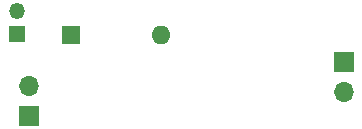
<source format=gbs>
%TF.GenerationSoftware,KiCad,Pcbnew,8.0.1*%
%TF.CreationDate,2024-04-05T16:28:00+11:00*%
%TF.ProjectId,Tiny Solar Supply,54696e79-2053-46f6-9c61-722053757070,rev?*%
%TF.SameCoordinates,Original*%
%TF.FileFunction,Soldermask,Bot*%
%TF.FilePolarity,Negative*%
%FSLAX46Y46*%
G04 Gerber Fmt 4.6, Leading zero omitted, Abs format (unit mm)*
G04 Created by KiCad (PCBNEW 8.0.1) date 2024-04-05 16:28:00*
%MOMM*%
%LPD*%
G01*
G04 APERTURE LIST*
%ADD10R,1.700000X1.700000*%
%ADD11O,1.700000X1.700000*%
%ADD12R,1.350000X1.350000*%
%ADD13O,1.350000X1.350000*%
%ADD14R,1.600000X1.600000*%
%ADD15O,1.600000X1.600000*%
G04 APERTURE END LIST*
D10*
%TO.C,J2*%
X150876000Y-123952000D03*
D11*
X150876000Y-121412000D03*
%TD*%
D12*
%TO.C,J4*%
X149860000Y-117062000D03*
D13*
X149860000Y-115062000D03*
%TD*%
D10*
%TO.C,J1*%
X177546000Y-119380000D03*
D11*
X177546000Y-121920000D03*
%TD*%
D14*
%TO.C,J3*%
X154432000Y-117094000D03*
D15*
X162052000Y-117094000D03*
%TD*%
M02*

</source>
